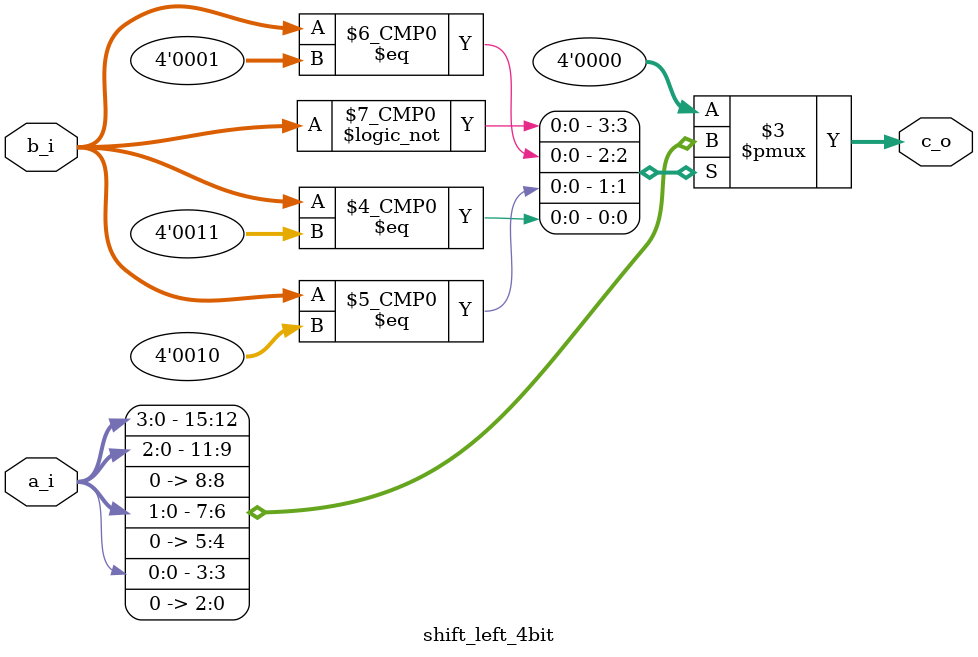
<source format=sv>
module shift_left_4bit(
	input logic [3:0] a_i,
	input logic [3:0] b_i,
	output logic [3:0] c_o
	);
	
	always_comb begin : shift_left
		case (b_i)
			4'd0: c_o = a_i;
			4'd1: c_o = {a_i[2:0], 1'b0};
			4'd2: c_o = {a_i[1:0], 2'b0};
			4'd3: c_o = {a_i[0], 3'b0};
			default: c_o = 4'b0;
		endcase
	end : shift_left
	
endmodule

</source>
